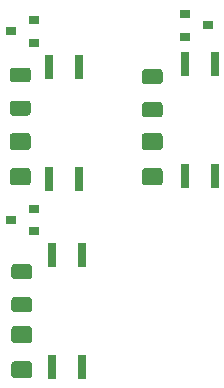
<source format=gbr>
G04 #@! TF.GenerationSoftware,KiCad,Pcbnew,(5.1.2)-2*
G04 #@! TF.CreationDate,2020-09-07T14:07:52+02:00*
G04 #@! TF.ProjectId,KernadouDomoRelay,4b65726e-6164-46f7-9544-6f6d6f52656c,0.1*
G04 #@! TF.SameCoordinates,Original*
G04 #@! TF.FileFunction,Paste,Top*
G04 #@! TF.FilePolarity,Positive*
%FSLAX46Y46*%
G04 Gerber Fmt 4.6, Leading zero omitted, Abs format (unit mm)*
G04 Created by KiCad (PCBNEW (5.1.2)-2) date 2020-09-07 14:07:52*
%MOMM*%
%LPD*%
G04 APERTURE LIST*
%ADD10R,0.900000X0.800000*%
%ADD11C,0.100000*%
%ADD12C,1.250000*%
%ADD13R,0.640000X2.000000*%
%ADD14C,1.425000*%
G04 APERTURE END LIST*
D10*
X70705000Y-35860000D03*
X70705000Y-37760000D03*
X72705000Y-36810000D03*
D11*
G36*
X57545504Y-57031204D02*
G01*
X57569773Y-57034804D01*
X57593571Y-57040765D01*
X57616671Y-57049030D01*
X57638849Y-57059520D01*
X57659893Y-57072133D01*
X57679598Y-57086747D01*
X57697777Y-57103223D01*
X57714253Y-57121402D01*
X57728867Y-57141107D01*
X57741480Y-57162151D01*
X57751970Y-57184329D01*
X57760235Y-57207429D01*
X57766196Y-57231227D01*
X57769796Y-57255496D01*
X57771000Y-57280000D01*
X57771000Y-58030000D01*
X57769796Y-58054504D01*
X57766196Y-58078773D01*
X57760235Y-58102571D01*
X57751970Y-58125671D01*
X57741480Y-58147849D01*
X57728867Y-58168893D01*
X57714253Y-58188598D01*
X57697777Y-58206777D01*
X57679598Y-58223253D01*
X57659893Y-58237867D01*
X57638849Y-58250480D01*
X57616671Y-58260970D01*
X57593571Y-58269235D01*
X57569773Y-58275196D01*
X57545504Y-58278796D01*
X57521000Y-58280000D01*
X56271000Y-58280000D01*
X56246496Y-58278796D01*
X56222227Y-58275196D01*
X56198429Y-58269235D01*
X56175329Y-58260970D01*
X56153151Y-58250480D01*
X56132107Y-58237867D01*
X56112402Y-58223253D01*
X56094223Y-58206777D01*
X56077747Y-58188598D01*
X56063133Y-58168893D01*
X56050520Y-58147849D01*
X56040030Y-58125671D01*
X56031765Y-58102571D01*
X56025804Y-58078773D01*
X56022204Y-58054504D01*
X56021000Y-58030000D01*
X56021000Y-57280000D01*
X56022204Y-57255496D01*
X56025804Y-57231227D01*
X56031765Y-57207429D01*
X56040030Y-57184329D01*
X56050520Y-57162151D01*
X56063133Y-57141107D01*
X56077747Y-57121402D01*
X56094223Y-57103223D01*
X56112402Y-57086747D01*
X56132107Y-57072133D01*
X56153151Y-57059520D01*
X56175329Y-57049030D01*
X56198429Y-57040765D01*
X56222227Y-57034804D01*
X56246496Y-57031204D01*
X56271000Y-57030000D01*
X57521000Y-57030000D01*
X57545504Y-57031204D01*
X57545504Y-57031204D01*
G37*
D12*
X56896000Y-57655000D03*
D11*
G36*
X57545504Y-59831204D02*
G01*
X57569773Y-59834804D01*
X57593571Y-59840765D01*
X57616671Y-59849030D01*
X57638849Y-59859520D01*
X57659893Y-59872133D01*
X57679598Y-59886747D01*
X57697777Y-59903223D01*
X57714253Y-59921402D01*
X57728867Y-59941107D01*
X57741480Y-59962151D01*
X57751970Y-59984329D01*
X57760235Y-60007429D01*
X57766196Y-60031227D01*
X57769796Y-60055496D01*
X57771000Y-60080000D01*
X57771000Y-60830000D01*
X57769796Y-60854504D01*
X57766196Y-60878773D01*
X57760235Y-60902571D01*
X57751970Y-60925671D01*
X57741480Y-60947849D01*
X57728867Y-60968893D01*
X57714253Y-60988598D01*
X57697777Y-61006777D01*
X57679598Y-61023253D01*
X57659893Y-61037867D01*
X57638849Y-61050480D01*
X57616671Y-61060970D01*
X57593571Y-61069235D01*
X57569773Y-61075196D01*
X57545504Y-61078796D01*
X57521000Y-61080000D01*
X56271000Y-61080000D01*
X56246496Y-61078796D01*
X56222227Y-61075196D01*
X56198429Y-61069235D01*
X56175329Y-61060970D01*
X56153151Y-61050480D01*
X56132107Y-61037867D01*
X56112402Y-61023253D01*
X56094223Y-61006777D01*
X56077747Y-60988598D01*
X56063133Y-60968893D01*
X56050520Y-60947849D01*
X56040030Y-60925671D01*
X56031765Y-60902571D01*
X56025804Y-60878773D01*
X56022204Y-60854504D01*
X56021000Y-60830000D01*
X56021000Y-60080000D01*
X56022204Y-60055496D01*
X56025804Y-60031227D01*
X56031765Y-60007429D01*
X56040030Y-59984329D01*
X56050520Y-59962151D01*
X56063133Y-59941107D01*
X56077747Y-59921402D01*
X56094223Y-59903223D01*
X56112402Y-59886747D01*
X56132107Y-59872133D01*
X56153151Y-59859520D01*
X56175329Y-59849030D01*
X56198429Y-59840765D01*
X56222227Y-59834804D01*
X56246496Y-59831204D01*
X56271000Y-59830000D01*
X57521000Y-59830000D01*
X57545504Y-59831204D01*
X57545504Y-59831204D01*
G37*
D12*
X56896000Y-60455000D03*
D13*
X73279000Y-49581000D03*
X70739000Y-49581000D03*
X70739000Y-40081000D03*
X73279000Y-40081000D03*
X61976000Y-65710000D03*
X59436000Y-65710000D03*
X59436000Y-56210000D03*
X61976000Y-56210000D03*
X61722000Y-49835000D03*
X59182000Y-49835000D03*
X59182000Y-40335000D03*
X61722000Y-40335000D03*
D11*
G36*
X57545504Y-62280704D02*
G01*
X57569773Y-62284304D01*
X57593571Y-62290265D01*
X57616671Y-62298530D01*
X57638849Y-62309020D01*
X57659893Y-62321633D01*
X57679598Y-62336247D01*
X57697777Y-62352723D01*
X57714253Y-62370902D01*
X57728867Y-62390607D01*
X57741480Y-62411651D01*
X57751970Y-62433829D01*
X57760235Y-62456929D01*
X57766196Y-62480727D01*
X57769796Y-62504996D01*
X57771000Y-62529500D01*
X57771000Y-63454500D01*
X57769796Y-63479004D01*
X57766196Y-63503273D01*
X57760235Y-63527071D01*
X57751970Y-63550171D01*
X57741480Y-63572349D01*
X57728867Y-63593393D01*
X57714253Y-63613098D01*
X57697777Y-63631277D01*
X57679598Y-63647753D01*
X57659893Y-63662367D01*
X57638849Y-63674980D01*
X57616671Y-63685470D01*
X57593571Y-63693735D01*
X57569773Y-63699696D01*
X57545504Y-63703296D01*
X57521000Y-63704500D01*
X56271000Y-63704500D01*
X56246496Y-63703296D01*
X56222227Y-63699696D01*
X56198429Y-63693735D01*
X56175329Y-63685470D01*
X56153151Y-63674980D01*
X56132107Y-63662367D01*
X56112402Y-63647753D01*
X56094223Y-63631277D01*
X56077747Y-63613098D01*
X56063133Y-63593393D01*
X56050520Y-63572349D01*
X56040030Y-63550171D01*
X56031765Y-63527071D01*
X56025804Y-63503273D01*
X56022204Y-63479004D01*
X56021000Y-63454500D01*
X56021000Y-62529500D01*
X56022204Y-62504996D01*
X56025804Y-62480727D01*
X56031765Y-62456929D01*
X56040030Y-62433829D01*
X56050520Y-62411651D01*
X56063133Y-62390607D01*
X56077747Y-62370902D01*
X56094223Y-62352723D01*
X56112402Y-62336247D01*
X56132107Y-62321633D01*
X56153151Y-62309020D01*
X56175329Y-62298530D01*
X56198429Y-62290265D01*
X56222227Y-62284304D01*
X56246496Y-62280704D01*
X56271000Y-62279500D01*
X57521000Y-62279500D01*
X57545504Y-62280704D01*
X57545504Y-62280704D01*
G37*
D14*
X56896000Y-62992000D03*
D11*
G36*
X57545504Y-65255704D02*
G01*
X57569773Y-65259304D01*
X57593571Y-65265265D01*
X57616671Y-65273530D01*
X57638849Y-65284020D01*
X57659893Y-65296633D01*
X57679598Y-65311247D01*
X57697777Y-65327723D01*
X57714253Y-65345902D01*
X57728867Y-65365607D01*
X57741480Y-65386651D01*
X57751970Y-65408829D01*
X57760235Y-65431929D01*
X57766196Y-65455727D01*
X57769796Y-65479996D01*
X57771000Y-65504500D01*
X57771000Y-66429500D01*
X57769796Y-66454004D01*
X57766196Y-66478273D01*
X57760235Y-66502071D01*
X57751970Y-66525171D01*
X57741480Y-66547349D01*
X57728867Y-66568393D01*
X57714253Y-66588098D01*
X57697777Y-66606277D01*
X57679598Y-66622753D01*
X57659893Y-66637367D01*
X57638849Y-66649980D01*
X57616671Y-66660470D01*
X57593571Y-66668735D01*
X57569773Y-66674696D01*
X57545504Y-66678296D01*
X57521000Y-66679500D01*
X56271000Y-66679500D01*
X56246496Y-66678296D01*
X56222227Y-66674696D01*
X56198429Y-66668735D01*
X56175329Y-66660470D01*
X56153151Y-66649980D01*
X56132107Y-66637367D01*
X56112402Y-66622753D01*
X56094223Y-66606277D01*
X56077747Y-66588098D01*
X56063133Y-66568393D01*
X56050520Y-66547349D01*
X56040030Y-66525171D01*
X56031765Y-66502071D01*
X56025804Y-66478273D01*
X56022204Y-66454004D01*
X56021000Y-66429500D01*
X56021000Y-65504500D01*
X56022204Y-65479996D01*
X56025804Y-65455727D01*
X56031765Y-65431929D01*
X56040030Y-65408829D01*
X56050520Y-65386651D01*
X56063133Y-65365607D01*
X56077747Y-65345902D01*
X56094223Y-65327723D01*
X56112402Y-65311247D01*
X56132107Y-65296633D01*
X56153151Y-65284020D01*
X56175329Y-65273530D01*
X56198429Y-65265265D01*
X56222227Y-65259304D01*
X56246496Y-65255704D01*
X56271000Y-65254500D01*
X57521000Y-65254500D01*
X57545504Y-65255704D01*
X57545504Y-65255704D01*
G37*
D14*
X56896000Y-65967000D03*
D11*
G36*
X68594504Y-45934204D02*
G01*
X68618773Y-45937804D01*
X68642571Y-45943765D01*
X68665671Y-45952030D01*
X68687849Y-45962520D01*
X68708893Y-45975133D01*
X68728598Y-45989747D01*
X68746777Y-46006223D01*
X68763253Y-46024402D01*
X68777867Y-46044107D01*
X68790480Y-46065151D01*
X68800970Y-46087329D01*
X68809235Y-46110429D01*
X68815196Y-46134227D01*
X68818796Y-46158496D01*
X68820000Y-46183000D01*
X68820000Y-47108000D01*
X68818796Y-47132504D01*
X68815196Y-47156773D01*
X68809235Y-47180571D01*
X68800970Y-47203671D01*
X68790480Y-47225849D01*
X68777867Y-47246893D01*
X68763253Y-47266598D01*
X68746777Y-47284777D01*
X68728598Y-47301253D01*
X68708893Y-47315867D01*
X68687849Y-47328480D01*
X68665671Y-47338970D01*
X68642571Y-47347235D01*
X68618773Y-47353196D01*
X68594504Y-47356796D01*
X68570000Y-47358000D01*
X67320000Y-47358000D01*
X67295496Y-47356796D01*
X67271227Y-47353196D01*
X67247429Y-47347235D01*
X67224329Y-47338970D01*
X67202151Y-47328480D01*
X67181107Y-47315867D01*
X67161402Y-47301253D01*
X67143223Y-47284777D01*
X67126747Y-47266598D01*
X67112133Y-47246893D01*
X67099520Y-47225849D01*
X67089030Y-47203671D01*
X67080765Y-47180571D01*
X67074804Y-47156773D01*
X67071204Y-47132504D01*
X67070000Y-47108000D01*
X67070000Y-46183000D01*
X67071204Y-46158496D01*
X67074804Y-46134227D01*
X67080765Y-46110429D01*
X67089030Y-46087329D01*
X67099520Y-46065151D01*
X67112133Y-46044107D01*
X67126747Y-46024402D01*
X67143223Y-46006223D01*
X67161402Y-45989747D01*
X67181107Y-45975133D01*
X67202151Y-45962520D01*
X67224329Y-45952030D01*
X67247429Y-45943765D01*
X67271227Y-45937804D01*
X67295496Y-45934204D01*
X67320000Y-45933000D01*
X68570000Y-45933000D01*
X68594504Y-45934204D01*
X68594504Y-45934204D01*
G37*
D14*
X67945000Y-46645500D03*
D11*
G36*
X68594504Y-48909204D02*
G01*
X68618773Y-48912804D01*
X68642571Y-48918765D01*
X68665671Y-48927030D01*
X68687849Y-48937520D01*
X68708893Y-48950133D01*
X68728598Y-48964747D01*
X68746777Y-48981223D01*
X68763253Y-48999402D01*
X68777867Y-49019107D01*
X68790480Y-49040151D01*
X68800970Y-49062329D01*
X68809235Y-49085429D01*
X68815196Y-49109227D01*
X68818796Y-49133496D01*
X68820000Y-49158000D01*
X68820000Y-50083000D01*
X68818796Y-50107504D01*
X68815196Y-50131773D01*
X68809235Y-50155571D01*
X68800970Y-50178671D01*
X68790480Y-50200849D01*
X68777867Y-50221893D01*
X68763253Y-50241598D01*
X68746777Y-50259777D01*
X68728598Y-50276253D01*
X68708893Y-50290867D01*
X68687849Y-50303480D01*
X68665671Y-50313970D01*
X68642571Y-50322235D01*
X68618773Y-50328196D01*
X68594504Y-50331796D01*
X68570000Y-50333000D01*
X67320000Y-50333000D01*
X67295496Y-50331796D01*
X67271227Y-50328196D01*
X67247429Y-50322235D01*
X67224329Y-50313970D01*
X67202151Y-50303480D01*
X67181107Y-50290867D01*
X67161402Y-50276253D01*
X67143223Y-50259777D01*
X67126747Y-50241598D01*
X67112133Y-50221893D01*
X67099520Y-50200849D01*
X67089030Y-50178671D01*
X67080765Y-50155571D01*
X67074804Y-50131773D01*
X67071204Y-50107504D01*
X67070000Y-50083000D01*
X67070000Y-49158000D01*
X67071204Y-49133496D01*
X67074804Y-49109227D01*
X67080765Y-49085429D01*
X67089030Y-49062329D01*
X67099520Y-49040151D01*
X67112133Y-49019107D01*
X67126747Y-48999402D01*
X67143223Y-48981223D01*
X67161402Y-48964747D01*
X67181107Y-48950133D01*
X67202151Y-48937520D01*
X67224329Y-48927030D01*
X67247429Y-48918765D01*
X67271227Y-48912804D01*
X67295496Y-48909204D01*
X67320000Y-48908000D01*
X68570000Y-48908000D01*
X68594504Y-48909204D01*
X68594504Y-48909204D01*
G37*
D14*
X67945000Y-49620500D03*
D11*
G36*
X68594504Y-40521204D02*
G01*
X68618773Y-40524804D01*
X68642571Y-40530765D01*
X68665671Y-40539030D01*
X68687849Y-40549520D01*
X68708893Y-40562133D01*
X68728598Y-40576747D01*
X68746777Y-40593223D01*
X68763253Y-40611402D01*
X68777867Y-40631107D01*
X68790480Y-40652151D01*
X68800970Y-40674329D01*
X68809235Y-40697429D01*
X68815196Y-40721227D01*
X68818796Y-40745496D01*
X68820000Y-40770000D01*
X68820000Y-41520000D01*
X68818796Y-41544504D01*
X68815196Y-41568773D01*
X68809235Y-41592571D01*
X68800970Y-41615671D01*
X68790480Y-41637849D01*
X68777867Y-41658893D01*
X68763253Y-41678598D01*
X68746777Y-41696777D01*
X68728598Y-41713253D01*
X68708893Y-41727867D01*
X68687849Y-41740480D01*
X68665671Y-41750970D01*
X68642571Y-41759235D01*
X68618773Y-41765196D01*
X68594504Y-41768796D01*
X68570000Y-41770000D01*
X67320000Y-41770000D01*
X67295496Y-41768796D01*
X67271227Y-41765196D01*
X67247429Y-41759235D01*
X67224329Y-41750970D01*
X67202151Y-41740480D01*
X67181107Y-41727867D01*
X67161402Y-41713253D01*
X67143223Y-41696777D01*
X67126747Y-41678598D01*
X67112133Y-41658893D01*
X67099520Y-41637849D01*
X67089030Y-41615671D01*
X67080765Y-41592571D01*
X67074804Y-41568773D01*
X67071204Y-41544504D01*
X67070000Y-41520000D01*
X67070000Y-40770000D01*
X67071204Y-40745496D01*
X67074804Y-40721227D01*
X67080765Y-40697429D01*
X67089030Y-40674329D01*
X67099520Y-40652151D01*
X67112133Y-40631107D01*
X67126747Y-40611402D01*
X67143223Y-40593223D01*
X67161402Y-40576747D01*
X67181107Y-40562133D01*
X67202151Y-40549520D01*
X67224329Y-40539030D01*
X67247429Y-40530765D01*
X67271227Y-40524804D01*
X67295496Y-40521204D01*
X67320000Y-40520000D01*
X68570000Y-40520000D01*
X68594504Y-40521204D01*
X68594504Y-40521204D01*
G37*
D12*
X67945000Y-41145000D03*
D11*
G36*
X68594504Y-43321204D02*
G01*
X68618773Y-43324804D01*
X68642571Y-43330765D01*
X68665671Y-43339030D01*
X68687849Y-43349520D01*
X68708893Y-43362133D01*
X68728598Y-43376747D01*
X68746777Y-43393223D01*
X68763253Y-43411402D01*
X68777867Y-43431107D01*
X68790480Y-43452151D01*
X68800970Y-43474329D01*
X68809235Y-43497429D01*
X68815196Y-43521227D01*
X68818796Y-43545496D01*
X68820000Y-43570000D01*
X68820000Y-44320000D01*
X68818796Y-44344504D01*
X68815196Y-44368773D01*
X68809235Y-44392571D01*
X68800970Y-44415671D01*
X68790480Y-44437849D01*
X68777867Y-44458893D01*
X68763253Y-44478598D01*
X68746777Y-44496777D01*
X68728598Y-44513253D01*
X68708893Y-44527867D01*
X68687849Y-44540480D01*
X68665671Y-44550970D01*
X68642571Y-44559235D01*
X68618773Y-44565196D01*
X68594504Y-44568796D01*
X68570000Y-44570000D01*
X67320000Y-44570000D01*
X67295496Y-44568796D01*
X67271227Y-44565196D01*
X67247429Y-44559235D01*
X67224329Y-44550970D01*
X67202151Y-44540480D01*
X67181107Y-44527867D01*
X67161402Y-44513253D01*
X67143223Y-44496777D01*
X67126747Y-44478598D01*
X67112133Y-44458893D01*
X67099520Y-44437849D01*
X67089030Y-44415671D01*
X67080765Y-44392571D01*
X67074804Y-44368773D01*
X67071204Y-44344504D01*
X67070000Y-44320000D01*
X67070000Y-43570000D01*
X67071204Y-43545496D01*
X67074804Y-43521227D01*
X67080765Y-43497429D01*
X67089030Y-43474329D01*
X67099520Y-43452151D01*
X67112133Y-43431107D01*
X67126747Y-43411402D01*
X67143223Y-43393223D01*
X67161402Y-43376747D01*
X67181107Y-43362133D01*
X67202151Y-43349520D01*
X67224329Y-43339030D01*
X67247429Y-43330765D01*
X67271227Y-43324804D01*
X67295496Y-43321204D01*
X67320000Y-43320000D01*
X68570000Y-43320000D01*
X68594504Y-43321204D01*
X68594504Y-43321204D01*
G37*
D12*
X67945000Y-43945000D03*
D11*
G36*
X57418504Y-40394204D02*
G01*
X57442773Y-40397804D01*
X57466571Y-40403765D01*
X57489671Y-40412030D01*
X57511849Y-40422520D01*
X57532893Y-40435133D01*
X57552598Y-40449747D01*
X57570777Y-40466223D01*
X57587253Y-40484402D01*
X57601867Y-40504107D01*
X57614480Y-40525151D01*
X57624970Y-40547329D01*
X57633235Y-40570429D01*
X57639196Y-40594227D01*
X57642796Y-40618496D01*
X57644000Y-40643000D01*
X57644000Y-41393000D01*
X57642796Y-41417504D01*
X57639196Y-41441773D01*
X57633235Y-41465571D01*
X57624970Y-41488671D01*
X57614480Y-41510849D01*
X57601867Y-41531893D01*
X57587253Y-41551598D01*
X57570777Y-41569777D01*
X57552598Y-41586253D01*
X57532893Y-41600867D01*
X57511849Y-41613480D01*
X57489671Y-41623970D01*
X57466571Y-41632235D01*
X57442773Y-41638196D01*
X57418504Y-41641796D01*
X57394000Y-41643000D01*
X56144000Y-41643000D01*
X56119496Y-41641796D01*
X56095227Y-41638196D01*
X56071429Y-41632235D01*
X56048329Y-41623970D01*
X56026151Y-41613480D01*
X56005107Y-41600867D01*
X55985402Y-41586253D01*
X55967223Y-41569777D01*
X55950747Y-41551598D01*
X55936133Y-41531893D01*
X55923520Y-41510849D01*
X55913030Y-41488671D01*
X55904765Y-41465571D01*
X55898804Y-41441773D01*
X55895204Y-41417504D01*
X55894000Y-41393000D01*
X55894000Y-40643000D01*
X55895204Y-40618496D01*
X55898804Y-40594227D01*
X55904765Y-40570429D01*
X55913030Y-40547329D01*
X55923520Y-40525151D01*
X55936133Y-40504107D01*
X55950747Y-40484402D01*
X55967223Y-40466223D01*
X55985402Y-40449747D01*
X56005107Y-40435133D01*
X56026151Y-40422520D01*
X56048329Y-40412030D01*
X56071429Y-40403765D01*
X56095227Y-40397804D01*
X56119496Y-40394204D01*
X56144000Y-40393000D01*
X57394000Y-40393000D01*
X57418504Y-40394204D01*
X57418504Y-40394204D01*
G37*
D12*
X56769000Y-41018000D03*
D11*
G36*
X57418504Y-43194204D02*
G01*
X57442773Y-43197804D01*
X57466571Y-43203765D01*
X57489671Y-43212030D01*
X57511849Y-43222520D01*
X57532893Y-43235133D01*
X57552598Y-43249747D01*
X57570777Y-43266223D01*
X57587253Y-43284402D01*
X57601867Y-43304107D01*
X57614480Y-43325151D01*
X57624970Y-43347329D01*
X57633235Y-43370429D01*
X57639196Y-43394227D01*
X57642796Y-43418496D01*
X57644000Y-43443000D01*
X57644000Y-44193000D01*
X57642796Y-44217504D01*
X57639196Y-44241773D01*
X57633235Y-44265571D01*
X57624970Y-44288671D01*
X57614480Y-44310849D01*
X57601867Y-44331893D01*
X57587253Y-44351598D01*
X57570777Y-44369777D01*
X57552598Y-44386253D01*
X57532893Y-44400867D01*
X57511849Y-44413480D01*
X57489671Y-44423970D01*
X57466571Y-44432235D01*
X57442773Y-44438196D01*
X57418504Y-44441796D01*
X57394000Y-44443000D01*
X56144000Y-44443000D01*
X56119496Y-44441796D01*
X56095227Y-44438196D01*
X56071429Y-44432235D01*
X56048329Y-44423970D01*
X56026151Y-44413480D01*
X56005107Y-44400867D01*
X55985402Y-44386253D01*
X55967223Y-44369777D01*
X55950747Y-44351598D01*
X55936133Y-44331893D01*
X55923520Y-44310849D01*
X55913030Y-44288671D01*
X55904765Y-44265571D01*
X55898804Y-44241773D01*
X55895204Y-44217504D01*
X55894000Y-44193000D01*
X55894000Y-43443000D01*
X55895204Y-43418496D01*
X55898804Y-43394227D01*
X55904765Y-43370429D01*
X55913030Y-43347329D01*
X55923520Y-43325151D01*
X55936133Y-43304107D01*
X55950747Y-43284402D01*
X55967223Y-43266223D01*
X55985402Y-43249747D01*
X56005107Y-43235133D01*
X56026151Y-43222520D01*
X56048329Y-43212030D01*
X56071429Y-43203765D01*
X56095227Y-43197804D01*
X56119496Y-43194204D01*
X56144000Y-43193000D01*
X57394000Y-43193000D01*
X57418504Y-43194204D01*
X57418504Y-43194204D01*
G37*
D12*
X56769000Y-43818000D03*
D11*
G36*
X57418504Y-45934204D02*
G01*
X57442773Y-45937804D01*
X57466571Y-45943765D01*
X57489671Y-45952030D01*
X57511849Y-45962520D01*
X57532893Y-45975133D01*
X57552598Y-45989747D01*
X57570777Y-46006223D01*
X57587253Y-46024402D01*
X57601867Y-46044107D01*
X57614480Y-46065151D01*
X57624970Y-46087329D01*
X57633235Y-46110429D01*
X57639196Y-46134227D01*
X57642796Y-46158496D01*
X57644000Y-46183000D01*
X57644000Y-47108000D01*
X57642796Y-47132504D01*
X57639196Y-47156773D01*
X57633235Y-47180571D01*
X57624970Y-47203671D01*
X57614480Y-47225849D01*
X57601867Y-47246893D01*
X57587253Y-47266598D01*
X57570777Y-47284777D01*
X57552598Y-47301253D01*
X57532893Y-47315867D01*
X57511849Y-47328480D01*
X57489671Y-47338970D01*
X57466571Y-47347235D01*
X57442773Y-47353196D01*
X57418504Y-47356796D01*
X57394000Y-47358000D01*
X56144000Y-47358000D01*
X56119496Y-47356796D01*
X56095227Y-47353196D01*
X56071429Y-47347235D01*
X56048329Y-47338970D01*
X56026151Y-47328480D01*
X56005107Y-47315867D01*
X55985402Y-47301253D01*
X55967223Y-47284777D01*
X55950747Y-47266598D01*
X55936133Y-47246893D01*
X55923520Y-47225849D01*
X55913030Y-47203671D01*
X55904765Y-47180571D01*
X55898804Y-47156773D01*
X55895204Y-47132504D01*
X55894000Y-47108000D01*
X55894000Y-46183000D01*
X55895204Y-46158496D01*
X55898804Y-46134227D01*
X55904765Y-46110429D01*
X55913030Y-46087329D01*
X55923520Y-46065151D01*
X55936133Y-46044107D01*
X55950747Y-46024402D01*
X55967223Y-46006223D01*
X55985402Y-45989747D01*
X56005107Y-45975133D01*
X56026151Y-45962520D01*
X56048329Y-45952030D01*
X56071429Y-45943765D01*
X56095227Y-45937804D01*
X56119496Y-45934204D01*
X56144000Y-45933000D01*
X57394000Y-45933000D01*
X57418504Y-45934204D01*
X57418504Y-45934204D01*
G37*
D14*
X56769000Y-46645500D03*
D11*
G36*
X57418504Y-48909204D02*
G01*
X57442773Y-48912804D01*
X57466571Y-48918765D01*
X57489671Y-48927030D01*
X57511849Y-48937520D01*
X57532893Y-48950133D01*
X57552598Y-48964747D01*
X57570777Y-48981223D01*
X57587253Y-48999402D01*
X57601867Y-49019107D01*
X57614480Y-49040151D01*
X57624970Y-49062329D01*
X57633235Y-49085429D01*
X57639196Y-49109227D01*
X57642796Y-49133496D01*
X57644000Y-49158000D01*
X57644000Y-50083000D01*
X57642796Y-50107504D01*
X57639196Y-50131773D01*
X57633235Y-50155571D01*
X57624970Y-50178671D01*
X57614480Y-50200849D01*
X57601867Y-50221893D01*
X57587253Y-50241598D01*
X57570777Y-50259777D01*
X57552598Y-50276253D01*
X57532893Y-50290867D01*
X57511849Y-50303480D01*
X57489671Y-50313970D01*
X57466571Y-50322235D01*
X57442773Y-50328196D01*
X57418504Y-50331796D01*
X57394000Y-50333000D01*
X56144000Y-50333000D01*
X56119496Y-50331796D01*
X56095227Y-50328196D01*
X56071429Y-50322235D01*
X56048329Y-50313970D01*
X56026151Y-50303480D01*
X56005107Y-50290867D01*
X55985402Y-50276253D01*
X55967223Y-50259777D01*
X55950747Y-50241598D01*
X55936133Y-50221893D01*
X55923520Y-50200849D01*
X55913030Y-50178671D01*
X55904765Y-50155571D01*
X55898804Y-50131773D01*
X55895204Y-50107504D01*
X55894000Y-50083000D01*
X55894000Y-49158000D01*
X55895204Y-49133496D01*
X55898804Y-49109227D01*
X55904765Y-49085429D01*
X55913030Y-49062329D01*
X55923520Y-49040151D01*
X55936133Y-49019107D01*
X55950747Y-48999402D01*
X55967223Y-48981223D01*
X55985402Y-48964747D01*
X56005107Y-48950133D01*
X56026151Y-48937520D01*
X56048329Y-48927030D01*
X56071429Y-48918765D01*
X56095227Y-48912804D01*
X56119496Y-48909204D01*
X56144000Y-48908000D01*
X57394000Y-48908000D01*
X57418504Y-48909204D01*
X57418504Y-48909204D01*
G37*
D14*
X56769000Y-49620500D03*
D10*
X55955000Y-37310000D03*
X57955000Y-36360000D03*
X57955000Y-38260000D03*
X57955000Y-54260000D03*
X57955000Y-52360000D03*
X55955000Y-53310000D03*
M02*

</source>
